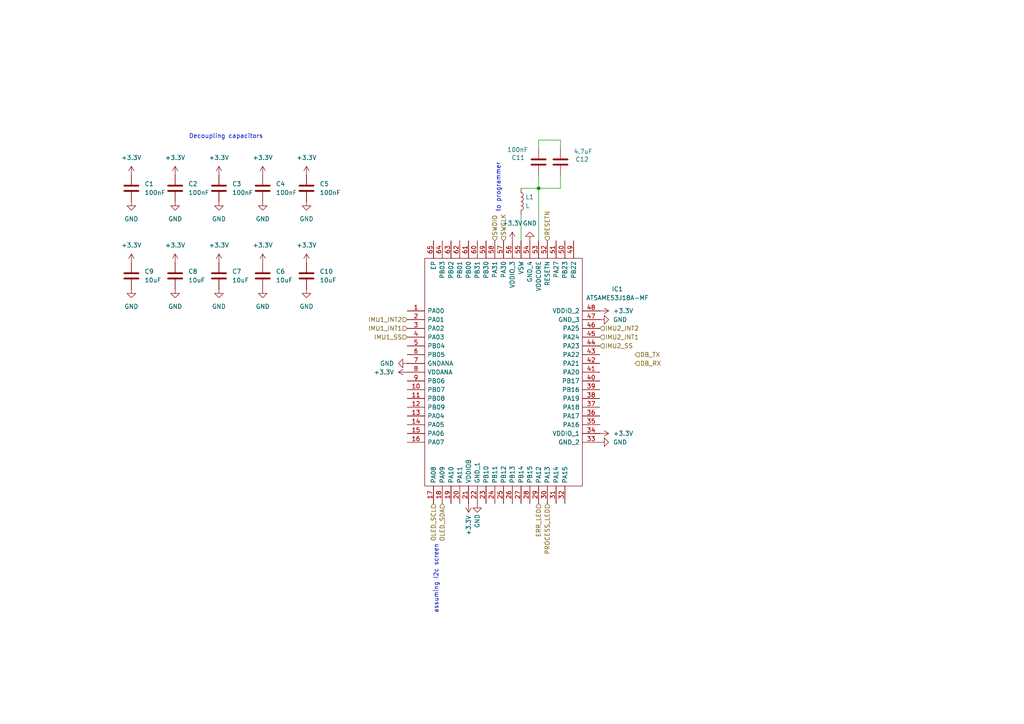
<source format=kicad_sch>
(kicad_sch (version 20231120) (generator "eeschema") (generator_version "8.0")
  (paper "A4")
  (lib_symbols
    (symbol "ATSAME53J18A-MF:ATSAME53J18A-MF" (pin_names (offset 0.762))
      (property "Reference" "IC" (at 52.07 20.32 0))
      (property "Value" "ATSAME53J18A-MF" (at 52.07 17.78 0))
      (symbol "ATSAME53J18A-MF_0_0"
        (pin passive line (at 0 0 0) (length 5.08) (name "PA00") (number "1"))
        (pin passive line (at 0 -22.86 0) (length 5.08) (name "PB07") (number "10"))
        (pin passive line (at 0 -25.4 0) (length 5.08) (name "PB08") (number "11"))
        (pin passive line (at 0 -27.94 0) (length 5.08) (name "PB09") (number "12"))
        (pin passive line (at 0 -30.48 0) (length 5.08) (name "PA04") (number "13"))
        (pin passive line (at 0 -33.02 0) (length 5.08) (name "PA05") (number "14"))
        (pin passive line (at 0 -35.56 0) (length 5.08) (name "PA06") (number "15"))
        (pin passive line (at 0 -38.1 0) (length 5.08) (name "PA07") (number "16"))
        (pin passive line (at 7.62 -55.88 90) (length 5.08) (name "PA08") (number "17"))
        (pin passive line (at 10.16 -55.88 90) (length 5.08) (name "PA09") (number "18"))
        (pin passive line (at 12.7 -55.88 90) (length 5.08) (name "PA10") (number "19"))
        (pin passive line (at 0 -2.54 0) (length 5.08) (name "PA01") (number "2"))
        (pin passive line (at 15.24 -55.88 90) (length 5.08) (name "PA11") (number "20"))
        (pin passive line (at 17.78 -55.88 90) (length 5.08) (name "VDDIOB") (number "21"))
        (pin passive line (at 20.32 -55.88 90) (length 5.08) (name "GND_1") (number "22"))
        (pin passive line (at 22.86 -55.88 90) (length 5.08) (name "PB10") (number "23"))
        (pin passive line (at 25.4 -55.88 90) (length 5.08) (name "PB11") (number "24"))
        (pin passive line (at 27.94 -55.88 90) (length 5.08) (name "PB12") (number "25"))
        (pin passive line (at 30.48 -55.88 90) (length 5.08) (name "PB13") (number "26"))
        (pin passive line (at 33.02 -55.88 90) (length 5.08) (name "PB14") (number "27"))
        (pin passive line (at 35.56 -55.88 90) (length 5.08) (name "PB15") (number "28"))
        (pin passive line (at 38.1 -55.88 90) (length 5.08) (name "PA12") (number "29"))
        (pin passive line (at 0 -5.08 0) (length 5.08) (name "PA02") (number "3"))
        (pin passive line (at 40.64 -55.88 90) (length 5.08) (name "PA13") (number "30"))
        (pin passive line (at 43.18 -55.88 90) (length 5.08) (name "PA14") (number "31"))
        (pin passive line (at 45.72 -55.88 90) (length 5.08) (name "PA15") (number "32"))
        (pin passive line (at 55.88 -38.1 180) (length 5.08) (name "GND_2") (number "33"))
        (pin passive line (at 55.88 -35.56 180) (length 5.08) (name "VDDIO_1") (number "34"))
        (pin passive line (at 55.88 -33.02 180) (length 5.08) (name "PA16") (number "35"))
        (pin passive line (at 55.88 -30.48 180) (length 5.08) (name "PA17") (number "36"))
        (pin passive line (at 55.88 -27.94 180) (length 5.08) (name "PA18") (number "37"))
        (pin passive line (at 55.88 -25.4 180) (length 5.08) (name "PA19") (number "38"))
        (pin passive line (at 55.88 -22.86 180) (length 5.08) (name "PB16") (number "39"))
        (pin passive line (at 0 -7.62 0) (length 5.08) (name "PA03") (number "4"))
        (pin passive line (at 55.88 -20.32 180) (length 5.08) (name "PB17") (number "40"))
        (pin passive line (at 55.88 -17.78 180) (length 5.08) (name "PA20") (number "41"))
        (pin passive line (at 55.88 -15.24 180) (length 5.08) (name "PA21") (number "42"))
        (pin passive line (at 55.88 -12.7 180) (length 5.08) (name "PA22") (number "43"))
        (pin passive line (at 55.88 -10.16 180) (length 5.08) (name "PA23") (number "44"))
        (pin passive line (at 55.88 -7.62 180) (length 5.08) (name "PA24") (number "45"))
        (pin passive line (at 55.88 -5.08 180) (length 5.08) (name "PA25") (number "46"))
        (pin passive line (at 55.88 -2.54 180) (length 5.08) (name "GND_3") (number "47"))
        (pin passive line (at 55.88 0 180) (length 5.08) (name "VDDIO_2") (number "48"))
        (pin passive line (at 48.26 20.32 270) (length 5.08) (name "PB22") (number "49"))
        (pin passive line (at 0 -10.16 0) (length 5.08) (name "PB04") (number "5"))
        (pin passive line (at 45.72 20.32 270) (length 5.08) (name "PB23") (number "50"))
        (pin passive line (at 43.18 20.32 270) (length 5.08) (name "PA27") (number "51"))
        (pin passive line (at 40.64 20.32 270) (length 5.08) (name "RESETN") (number "52"))
        (pin passive line (at 38.1 20.32 270) (length 5.08) (name "VDDCORE") (number "53"))
        (pin passive line (at 35.56 20.32 270) (length 5.08) (name "GND_4") (number "54"))
        (pin passive line (at 33.02 20.32 270) (length 5.08) (name "VSW") (number "55"))
        (pin passive line (at 30.48 20.32 270) (length 5.08) (name "VDDIO_3") (number "56"))
        (pin passive line (at 27.94 20.32 270) (length 5.08) (name "PA30") (number "57"))
        (pin passive line (at 25.4 20.32 270) (length 5.08) (name "PA31") (number "58"))
        (pin passive line (at 22.86 20.32 270) (length 5.08) (name "PB30") (number "59"))
        (pin passive line (at 0 -12.7 0) (length 5.08) (name "PB05") (number "6"))
        (pin passive line (at 20.32 20.32 270) (length 5.08) (name "PB31") (number "60"))
        (pin passive line (at 17.78 20.32 270) (length 5.08) (name "PB00") (number "61"))
        (pin passive line (at 15.24 20.32 270) (length 5.08) (name "PB01") (number "62"))
        (pin passive line (at 12.7 20.32 270) (length 5.08) (name "PB02") (number "63"))
        (pin passive line (at 10.16 20.32 270) (length 5.08) (name "PB03") (number "64"))
        (pin passive line (at 7.62 20.32 270) (length 5.08) (name "EP") (number "65"))
        (pin passive line (at 0 -15.24 0) (length 5.08) (name "GNDANA") (number "7"))
        (pin passive line (at 0 -17.78 0) (length 5.08) (name "VDDANA") (number "8"))
        (pin passive line (at 0 -20.32 0) (length 5.08) (name "PB06") (number "9"))
      )
      (symbol "ATSAME53J18A-MF_0_1"
        (polyline (pts (xy 5.08 15.24) (xy 50.8 15.24) (xy 50.8 -50.8) (xy 5.08 -50.8) (xy 5.08 15.24)) (stroke (width 0.1524)))
      )
    )
    (symbol "Device:C" (pin_numbers hide) (pin_names (offset 0.254))
      (property "Reference" "C" (at 0.635 2.54 0))
      (property "Value" "C" (at 0.635 -2.54 0))
      (symbol "C_0_1"
        (polyline (pts (xy -2.032 -0.762) (xy 2.032 -0.762)) (stroke (width 0.508)))
        (polyline (pts (xy -2.032 0.762) (xy 2.032 0.762)) (stroke (width 0.508)))
      )
      (symbol "C_1_1"
        (pin passive line (at 0 3.81 270) (length 2.794) (name "~") (number "1"))
        (pin passive line (at 0 -3.81 90) (length 2.794) (name "~") (number "2"))
      )
    )
    (symbol "Device:L" (pin_numbers hide) (pin_names (offset 1.016) hide)
      (property "Reference" "L" (at -1.27 0 90))
      (property "Value" "L" (at 1.905 0 90))
      (symbol "L_0_1"
        (arc (start 0 -2.54) (mid 0.6323 -1.905) (end 0 -1.27))
        (arc (start 0 -1.27) (mid 0.6323 -0.635) (end 0 0))
        (arc (start 0 0) (mid 0.6323 0.635) (end 0 1.27))
        (arc (start 0 1.27) (mid 0.6323 1.905) (end 0 2.54))
      )
      (symbol "L_1_1"
        (pin passive line (at 0 3.81 270) (length 1.27) (name "1") (number "1"))
        (pin passive line (at 0 -3.81 90) (length 1.27) (name "2") (number "2"))
      )
    )
    (symbol "power:+3.3V" (power) (pin_numbers hide) (pin_names (offset 0) hide)
      (property "Value" "+3.3V" (at 0 3.556 0))
      (symbol "+3.3V_0_1"
        (polyline (pts (xy -0.762 1.27) (xy 0 2.54)))
        (polyline (pts (xy 0 0) (xy 0 2.54)))
        (polyline (pts (xy 0 2.54) (xy 0.762 1.27)))
      )
      (symbol "+3.3V_1_1"
        (pin power_in line (at 0 0 90) (length 0) (name "~") (number "1"))
      )
    )
    (symbol "power:GND" (power) (pin_numbers hide) (pin_names (offset 0) hide)
      (property "Value" "GND" (at 0 -3.81 0))
      (symbol "GND_0_1"
        (polyline (pts (xy 0 0) (xy 0 -1.27) (xy 1.27 -1.27) (xy 0 -2.54) (xy -1.27 -1.27) (xy 0 -1.27)))
      )
      (symbol "GND_1_1"
        (pin power_in line (at 0 0 270) (length 0) (name "~") (number "1"))
      )
    )
  )
  (junction (at 156.21 54.61))
  (wire (pts (xy 156.21 43.18) (xy 156.21 40.64)))
  (wire (pts (xy 162.56 40.64) (xy 162.56 43.18)))
  (wire (pts (xy 156.21 54.61) (xy 156.21 69.85)))
  (wire (pts (xy 156.21 40.64) (xy 162.56 40.64)))
  (wire (pts (xy 162.56 50.8) (xy 162.56 54.61)))
  (wire (pts (xy 156.21 54.61) (xy 162.56 54.61)))
  (wire (pts (xy 151.13 54.61) (xy 156.21 54.61)))
  (wire (pts (xy 156.21 50.8) (xy 156.21 54.61)))
  (wire (pts (xy 151.13 62.23) (xy 151.13 69.85)))
  (text "assuming i2c screen" (at 126.492 167.894 90) (effects (font (size 1.27 1.27))))
  (text "to programmer\n" (at 144.526 54.356 90) (effects (font (size 1.27 1.27))))
  (text "Decoupling capacitors" (at 65.532 39.624 0) (effects (font (size 1.27 1.27))))
  (hierarchical_label "ERR_LED" (shape input) (at 156.21 146.05 270))
  (hierarchical_label "RESETN" (shape input) (at 158.75 69.85 90))
  (hierarchical_label "DB_RX" (shape input) (at 184.15 105.41 0))
  (hierarchical_label "DB_TX" (shape input) (at 184.15 102.87 0))
  (hierarchical_label "IMU2_INT1" (shape input) (at 173.99 97.79 0))
  (hierarchical_label "SWDIO" (shape input) (at 143.51 69.85 90))
  (hierarchical_label "SWCLK" (shape input) (at 146.05 69.85 90))
  (hierarchical_label "OLED_SCL" (shape input) (at 125.73 146.05 270))
  (hierarchical_label "IMU2_INT2" (shape input) (at 173.99 95.25 0))
  (hierarchical_label "PROCESS_LED" (shape input) (at 158.75 146.05 270))
  (hierarchical_label "IMU2_SS" (shape input) (at 173.99 100.33 0))
  (hierarchical_label "IMU1_SS" (shape input) (at 118.11 97.79 180))
  (hierarchical_label "IMU1_INT1" (shape input) (at 118.11 95.25 180))
  (hierarchical_label "OLED_SDA" (shape input) (at 128.27 146.05 270))
  (hierarchical_label "IMU1_INT2" (shape input) (at 118.11 92.71 180))
  (symbol (lib_id "Device:C") (at 38.1 54.61 0) (unit 1)
    (property "Reference" "C1" (at 41.91 53.3399 0) (effects (justify left)))
    (property "Value" "100nF" (at 41.91 55.8799 0) (effects (justify left)))
    (property "Description" "Unpolarized capacitor" (effects (hide yes)))
  )
  (symbol (lib_id "power:+3.3V") (at 63.5 76.2 0) (unit 1)
    (property "Reference" "#PWR015" (effects (hide yes)))
    (property "Value" "+3.3V" (at 63.5 71.12 0))
    (property "Description" "Power symbol creates a global label with name \"+3.3V\"" (effects (hide yes)))
  )
  (symbol (lib_id "power:+3.3V") (at 50.8 50.8 0) (unit 1)
    (property "Reference" "#PWR03" (effects (hide yes)))
    (property "Value" "+3.3V" (at 50.8 45.72 0))
    (property "Description" "Power symbol creates a global label with name \"+3.3V\"" (effects (hide yes)))
  )
  (symbol (lib_id "power:+3.3V") (at 148.59 69.85 0) (unit 1)
    (property "Reference" "#PWR051" (effects (hide yes)))
    (property "Value" "+3.3V" (at 148.59 64.77 0))
    (property "Description" "Power symbol creates a global label with name \"+3.3V\"" (effects (hide yes)))
  )
  (symbol (lib_id "power:GND") (at 173.99 92.71 90) (unit 1)
    (property "Reference" "#PWR054" (effects (hide yes)))
    (property "Value" "GND" (at 177.8 92.7099 90) (effects (justify right)))
    (property "Description" "Power symbol creates a global label with name \"GND\" , ground" (effects (hide yes)))
  )
  (symbol (lib_id "Device:C") (at 50.8 54.61 0) (unit 1)
    (property "Reference" "C2" (at 54.61 53.3399 0) (effects (justify left)))
    (property "Value" "100nF" (at 54.61 55.8799 0) (effects (justify left)))
    (property "Description" "Unpolarized capacitor" (effects (hide yes)))
  )
  (symbol (lib_id "power:GND") (at 88.9 58.42 0) (unit 1)
    (property "Reference" "#PWR023" (effects (hide yes)))
    (property "Value" "GND" (at 88.9 63.5 0))
    (property "Description" "Power symbol creates a global label with name \"GND\" , ground" (effects (hide yes)))
  )
  (symbol (lib_id "Device:C") (at 76.2 80.01 0) (unit 1)
    (property "Reference" "C6" (at 80.01 78.7399 0) (effects (justify left)))
    (property "Value" "10uF" (at 80.01 81.2799 0) (effects (justify left)))
    (property "Description" "Unpolarized capacitor" (effects (hide yes)))
  )
  (symbol (lib_id "Device:C") (at 50.8 80.01 0) (unit 1)
    (property "Reference" "C8" (at 54.61 78.7399 0) (effects (justify left)))
    (property "Value" "10uF" (at 54.61 81.2799 0) (effects (justify left)))
    (property "Description" "Unpolarized capacitor" (effects (hide yes)))
  )
  (symbol (lib_id "Device:C") (at 156.21 46.99 0) (unit 1)
    (property "Reference" "C11" (at 148.336 45.72 0) (effects (justify left)))
    (property "Value" "100nF" (at 147.066 43.434 0) (effects (justify left)))
    (property "Description" "Unpolarized capacitor" (effects (hide yes)))
  )
  (symbol (lib_id "Device:C") (at 63.5 54.61 0) (unit 1)
    (property "Reference" "C3" (at 67.31 53.3399 0) (effects (justify left)))
    (property "Value" "100nF" (at 67.31 55.8799 0) (effects (justify left)))
    (property "Description" "Unpolarized capacitor" (effects (hide yes)))
  )
  (symbol (lib_id "Device:C") (at 162.56 46.99 0) (unit 1)
    (property "Reference" "C12" (at 166.878 46.228 0) (effects (justify left)))
    (property "Value" "4.7uF" (at 166.37 43.942 0) (effects (justify left)))
    (property "Description" "Unpolarized capacitor" (effects (hide yes)))
  )
  (symbol (lib_id "Device:C") (at 88.9 54.61 0) (unit 1)
    (property "Reference" "C5" (at 92.71 53.3399 0) (effects (justify left)))
    (property "Value" "100nF" (at 92.71 55.8799 0) (effects (justify left)))
    (property "Description" "Unpolarized capacitor" (effects (hide yes)))
  )
  (symbol (lib_id "power:+3.3V") (at 173.99 90.17 270) (unit 1)
    (property "Reference" "#PWR049" (effects (hide yes)))
    (property "Value" "+3.3V" (at 177.8 90.1699 90) (effects (justify left)))
    (property "Description" "Power symbol creates a global label with name \"+3.3V\"" (effects (hide yes)))
  )
  (symbol (lib_id "Device:C") (at 76.2 54.61 0) (unit 1)
    (property "Reference" "C4" (at 80.01 53.3399 0) (effects (justify left)))
    (property "Value" "100nF" (at 80.01 55.8799 0) (effects (justify left)))
    (property "Description" "Unpolarized capacitor" (effects (hide yes)))
  )
  (symbol (lib_id "power:GND") (at 63.5 58.42 0) (unit 1)
    (property "Reference" "#PWR025" (effects (hide yes)))
    (property "Value" "GND" (at 63.5 63.5 0))
    (property "Description" "Power symbol creates a global label with name \"GND\" , ground" (effects (hide yes)))
  )
  (symbol (lib_id "power:GND") (at 76.2 83.82 0) (unit 1)
    (property "Reference" "#PWR021" (effects (hide yes)))
    (property "Value" "GND" (at 76.2 88.9 0))
    (property "Description" "Power symbol creates a global label with name \"GND\" , ground" (effects (hide yes)))
  )
  (symbol (lib_id "power:GND") (at 63.5 83.82 0) (unit 1)
    (property "Reference" "#PWR020" (effects (hide yes)))
    (property "Value" "GND" (at 63.5 88.9 0))
    (property "Description" "Power symbol creates a global label with name \"GND\" , ground" (effects (hide yes)))
  )
  (symbol (lib_id "power:+3.3V") (at 38.1 50.8 0) (unit 1)
    (property "Reference" "#PWR02" (effects (hide yes)))
    (property "Value" "+3.3V" (at 38.1 45.72 0))
    (property "Description" "Power symbol creates a global label with name \"+3.3V\"" (effects (hide yes)))
  )
  (symbol (lib_id "power:GND") (at 50.8 83.82 0) (unit 1)
    (property "Reference" "#PWR019" (effects (hide yes)))
    (property "Value" "GND" (at 50.8 88.9 0))
    (property "Description" "Power symbol creates a global label with name \"GND\" , ground" (effects (hide yes)))
  )
  (symbol (lib_id "power:GND") (at 38.1 83.82 0) (unit 1)
    (property "Reference" "#PWR018" (effects (hide yes)))
    (property "Value" "GND" (at 38.1 88.9 0))
    (property "Description" "Power symbol creates a global label with name \"GND\" , ground" (effects (hide yes)))
  )
  (symbol (lib_id "power:+3.3V") (at 76.2 50.8 0) (unit 1)
    (property "Reference" "#PWR011" (effects (hide yes)))
    (property "Value" "+3.3V" (at 76.2 45.72 0))
    (property "Description" "Power symbol creates a global label with name \"+3.3V\"" (effects (hide yes)))
  )
  (symbol (lib_id "power:GND") (at 88.9 83.82 0) (unit 1)
    (property "Reference" "#PWR022" (effects (hide yes)))
    (property "Value" "GND" (at 88.9 88.9 0))
    (property "Description" "Power symbol creates a global label with name \"GND\" , ground" (effects (hide yes)))
  )
  (symbol (lib_id "Device:C") (at 38.1 80.01 0) (unit 1)
    (property "Reference" "C9" (at 41.91 78.7399 0) (effects (justify left)))
    (property "Value" "10uF" (at 41.91 81.2799 0) (effects (justify left)))
    (property "Description" "Unpolarized capacitor" (effects (hide yes)))
  )
  (symbol (lib_id "power:GND") (at 50.8 58.42 0) (unit 1)
    (property "Reference" "#PWR026" (effects (hide yes)))
    (property "Value" "GND" (at 50.8 63.5 0))
    (property "Description" "Power symbol creates a global label with name \"GND\" , ground" (effects (hide yes)))
  )
  (symbol (lib_id "power:+3.3V") (at 76.2 76.2 0) (unit 1)
    (property "Reference" "#PWR014" (effects (hide yes)))
    (property "Value" "+3.3V" (at 76.2 71.12 0))
    (property "Description" "Power symbol creates a global label with name \"+3.3V\"" (effects (hide yes)))
  )
  (symbol (lib_id "power:+3.3V") (at 88.9 50.8 0) (unit 1)
    (property "Reference" "#PWR012" (effects (hide yes)))
    (property "Value" "+3.3V" (at 88.9 45.72 0))
    (property "Description" "Power symbol creates a global label with name \"+3.3V\"" (effects (hide yes)))
  )
  (symbol (lib_id "Device:C") (at 63.5 80.01 0) (unit 1)
    (property "Reference" "C7" (at 67.31 78.7399 0) (effects (justify left)))
    (property "Value" "10uF" (at 67.31 81.2799 0) (effects (justify left)))
    (property "Description" "Unpolarized capacitor" (effects (hide yes)))
  )
  (symbol (lib_id "Device:L") (at 151.13 58.42 0) (unit 1)
    (property "Reference" "L1" (at 152.4 57.1499 0) (effects (justify left)))
    (property "Value" "L" (at 152.4 59.6899 0) (effects (justify left)))
    (property "Description" "Inductor" (effects (hide yes)))
  )
  (symbol (lib_id "power:+3.3V") (at 88.9 76.2 0) (unit 1)
    (property "Reference" "#PWR013" (effects (hide yes)))
    (property "Value" "+3.3V" (at 88.9 71.12 0))
    (property "Description" "Power symbol creates a global label with name \"+3.3V\"" (effects (hide yes)))
  )
  (symbol (lib_id "power:GND") (at 153.67 69.85 180) (unit 1)
    (property "Reference" "#PWR053" (effects (hide yes)))
    (property "Value" "GND" (at 153.67 64.77 0))
    (property "Description" "Power symbol creates a global label with name \"GND\" , ground" (effects (hide yes)))
  )
  (symbol (lib_id "ATSAME53J18A-MF:ATSAME53J18A-MF") (at 118.11 90.17 0) (unit 1)
    (property "Reference" "IC1" (at 179.07 83.8514 0))
    (property "Value" "ATSAME53J18A-MF" (at 179.07 86.3914 0))
    (property "Footprint" "QFN50P900X900X100-65N-D" (effects (hide yes)))
    (property "Datasheet" "http://www.microchip.com/mymicrochip/filehandler.aspx?ddocname=en599585" (effects (hide yes)))
    (property "Description_1" "ARM Microcontrollers - MCU 120MHZ 256KB Flash 64 QFN PKG inTray 125CTemp" (effects (hide yes)))
    (property "Height" "1" (effects (hide yes)))
    (property "Manufacturer_Name" "Microchip" (effects (hide yes)))
    (property "Manufacturer_Part_Number" "ATSAME53J18A-MF" (effects (hide yes)))
    (property "Mouser Part Number" "556-ATSAME53J18A-MF" (effects (hide yes)))
    (property "Mouser Price/Stock" "https://www.mouser.co.uk/ProductDetail/Microchip-Technology/ATSAME53J18A-MF?qs=y6ZabgHbY%252Bx%252BZfU%252BT4hn9g%3D%3D" (effects (hide yes)))
  )
  (symbol (lib_id "power:GND") (at 138.43 146.05 0) (unit 1)
    (property "Reference" "#PWR056" (effects (hide yes)))
    (property "Value" "GND" (at 138.43 151.13 90))
    (property "Description" "Power symbol creates a global label with name \"GND\" , ground" (effects (hide yes)))
  )
  (symbol (lib_id "Device:C") (at 88.9 80.01 0) (unit 1)
    (property "Reference" "C10" (at 92.71 78.7399 0) (effects (justify left)))
    (property "Value" "10uF" (at 92.71 81.2799 0) (effects (justify left)))
    (property "Description" "Unpolarized capacitor" (effects (hide yes)))
  )
  (symbol (lib_id "power:+3.3V") (at 63.5 50.8 0) (unit 1)
    (property "Reference" "#PWR010" (effects (hide yes)))
    (property "Value" "+3.3V" (at 63.5 45.72 0))
    (property "Description" "Power symbol creates a global label with name \"+3.3V\"" (effects (hide yes)))
  )
  (symbol (lib_id "power:GND") (at 38.1 58.42 0) (unit 1)
    (property "Reference" "#PWR027" (effects (hide yes)))
    (property "Value" "GND" (at 38.1 63.5 0))
    (property "Description" "Power symbol creates a global label with name \"GND\" , ground" (effects (hide yes)))
  )
  (symbol (lib_id "power:GND") (at 76.2 58.42 0) (unit 1)
    (property "Reference" "#PWR024" (effects (hide yes)))
    (property "Value" "GND" (at 76.2 63.5 0))
    (property "Description" "Power symbol creates a global label with name \"GND\" , ground" (effects (hide yes)))
  )
  (symbol (lib_id "power:+3.3V") (at 118.11 107.95 90) (unit 1)
    (property "Reference" "#PWR050" (effects (hide yes)))
    (property "Value" "+3.3V" (at 114.3 107.9499 90) (effects (justify left)))
    (property "Description" "Power symbol creates a global label with name \"+3.3V\"" (effects (hide yes)))
  )
  (symbol (lib_id "power:+3.3V") (at 50.8 76.2 0) (unit 1)
    (property "Reference" "#PWR016" (effects (hide yes)))
    (property "Value" "+3.3V" (at 50.8 71.12 0))
    (property "Description" "Power symbol creates a global label with name \"+3.3V\"" (effects (hide yes)))
  )
  (symbol (lib_id "power:+3.3V") (at 38.1 76.2 0) (unit 1)
    (property "Reference" "#PWR017" (effects (hide yes)))
    (property "Value" "+3.3V" (at 38.1 71.12 0))
    (property "Description" "Power symbol creates a global label with name \"+3.3V\"" (effects (hide yes)))
  )
  (symbol (lib_id "power:+3.3V") (at 135.89 146.05 180) (unit 1)
    (property "Reference" "#PWR057" (effects (hide yes)))
    (property "Value" "+3.3V" (at 135.89 152.4 90))
    (property "Description" "Power symbol creates a global label with name \"+3.3V\"" (effects (hide yes)))
  )
  (symbol (lib_id "power:GND") (at 118.11 105.41 270) (unit 1)
    (property "Reference" "#PWR052" (effects (hide yes)))
    (property "Value" "GND" (at 114.3 105.4099 90) (effects (justify right)))
    (property "Description" "Power symbol creates a global label with name \"GND\" , ground" (effects (hide yes)))
  )
  (symbol (lib_id "power:GND") (at 173.99 128.27 90) (unit 1)
    (property "Reference" "#PWR055" (effects (hide yes)))
    (property "Value" "GND" (at 177.8 128.2699 90) (effects (justify right)))
    (property "Description" "Power symbol creates a global label with name \"GND\" , ground" (effects (hide yes)))
  )
  (symbol (lib_id "power:+3.3V") (at 173.99 125.73 270) (unit 1)
    (property "Reference" "#PWR048" (effects (hide yes)))
    (property "Value" "+3.3V" (at 177.8 125.7299 90) (effects (justify left)))
    (property "Description" "Power symbol creates a global label with name \"+3.3V\"" (effects (hide yes)))
  )
)
</source>
